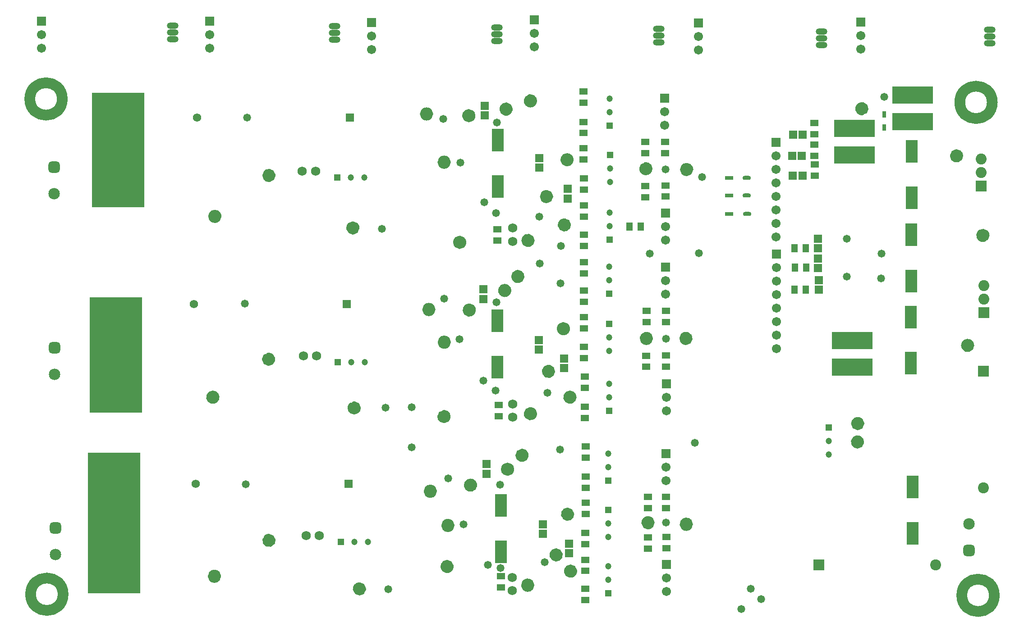
<source format=gbr>
%TF.GenerationSoftware,Altium Limited,Altium Designer,21.6.4 (81)*%
G04 Layer_Color=16711935*
%FSLAX45Y45*%
%MOMM*%
%TF.SameCoordinates,8BE20582-AD64-4D08-A95C-E2DB20C1365E*%
%TF.FilePolarity,Negative*%
%TF.FileFunction,Soldermask,Bot*%
%TF.Part,Single*%
G01*
G75*
%TA.AperFunction,SMDPad,CuDef*%
%ADD12R,1.20651X1.50822*%
%ADD13R,1.50464X1.55620*%
%ADD14R,1.50822X1.20651*%
%ADD15R,1.55620X1.50464*%
%ADD17R,1.60712X0.76213*%
G04:AMPARAMS|DCode=18|XSize=1.60712mm|YSize=0.76213mm|CornerRadius=0.38107mm|HoleSize=0mm|Usage=FLASHONLY|Rotation=0.000|XOffset=0mm|YOffset=0mm|HoleType=Round|Shape=RoundedRectangle|*
%AMROUNDEDRECTD18*
21,1,1.60712,0.00000,0,0,0.0*
21,1,0.84499,0.76213,0,0,0.0*
1,1,0.76213,0.42249,0.00000*
1,1,0.76213,-0.42249,0.00000*
1,1,0.76213,-0.42249,0.00000*
1,1,0.76213,0.42249,0.00000*
%
%ADD18ROUNDEDRECTD18*%
%TA.AperFunction,ComponentPad*%
%ADD42C,1.57480*%
%ADD43R,1.57480X1.57480*%
%ADD44R,2.05740X2.05740*%
%ADD45C,2.05740*%
%ADD46C,1.20000*%
%ADD47R,1.20000X1.20000*%
%ADD50R,2.05740X2.05740*%
%ADD51C,2.05000*%
%ADD52R,2.05000X2.05000*%
%ADD53R,1.20000X1.20000*%
%TA.AperFunction,NonConductor*%
%ADD64C,2.03200*%
%ADD65R,9.90600X26.44140*%
%ADD66R,9.90600X21.79320*%
%ADD67R,9.90600X21.53920*%
%TA.AperFunction,Conductor*%
%ADD68C,0.96520*%
%TA.AperFunction,SMDPad,CuDef*%
%ADD69R,7.70320X3.20320*%
%ADD70R,2.20320X4.30320*%
%ADD71R,0.70320X1.20320*%
%TA.AperFunction,ComponentPad*%
%ADD72C,1.70320*%
%ADD73R,1.70320X1.70320*%
%ADD74C,1.72720*%
G04:AMPARAMS|DCode=75|XSize=2.1532mm|YSize=2.1532mm|CornerRadius=0.5891mm|HoleSize=0mm|Usage=FLASHONLY|Rotation=270.000|XOffset=0mm|YOffset=0mm|HoleType=Round|Shape=RoundedRectangle|*
%AMROUNDEDRECTD75*
21,1,2.15320,0.97500,0,0,270.0*
21,1,0.97500,2.15320,0,0,270.0*
1,1,1.17820,-0.48750,-0.48750*
1,1,1.17820,-0.48750,0.48750*
1,1,1.17820,0.48750,0.48750*
1,1,1.17820,0.48750,-0.48750*
%
%ADD75ROUNDEDRECTD75*%
%ADD76C,2.15320*%
%ADD77O,2.20320X1.20320*%
%ADD78O,2.20320X1.20320*%
%TA.AperFunction,ViaPad*%
%ADD79C,1.72720*%
%ADD80C,1.47320*%
D12*
X20851804Y12484100D02*
D03*
X20641634D02*
D03*
X17537755Y13253720D02*
D03*
X17747925D02*
D03*
X20636555Y12849860D02*
D03*
X20846725D02*
D03*
X20639095Y12072620D02*
D03*
X20849265D02*
D03*
D13*
X20603300Y14213840D02*
D03*
X20783459D02*
D03*
X20608382Y14986000D02*
D03*
X20788539D02*
D03*
X20594502Y14582140D02*
D03*
X20774660D02*
D03*
D14*
X21015961Y14210355D02*
D03*
Y14420525D02*
D03*
X17861279Y11673840D02*
D03*
Y11463670D02*
D03*
X18219420D02*
D03*
Y11673840D02*
D03*
X17853661Y10618795D02*
D03*
Y10828965D02*
D03*
X17886681Y7202496D02*
D03*
Y7412666D02*
D03*
X17881599Y8172125D02*
D03*
Y7961955D02*
D03*
X18224500Y10829910D02*
D03*
Y10619740D02*
D03*
X21005800Y15205385D02*
D03*
Y14995215D02*
D03*
X21010880Y14586275D02*
D03*
Y14796445D02*
D03*
X16680180Y13101320D02*
D03*
Y13445815D02*
D03*
X16675101Y14520235D02*
D03*
Y14730405D02*
D03*
X18227040Y7207575D02*
D03*
Y7417745D02*
D03*
X18224500Y8174665D02*
D03*
Y7964495D02*
D03*
X15125700Y6686226D02*
D03*
Y6476056D02*
D03*
X16703040Y7286315D02*
D03*
Y7496485D02*
D03*
X16713200Y8062905D02*
D03*
Y7852735D02*
D03*
X16703040Y6444925D02*
D03*
Y6234755D02*
D03*
Y6783394D02*
D03*
Y6993564D02*
D03*
X16713200Y8556610D02*
D03*
Y8346440D02*
D03*
X16718280Y9125570D02*
D03*
Y8915400D02*
D03*
X16682719Y11551920D02*
D03*
Y11341750D02*
D03*
X16680180Y10782950D02*
D03*
Y10993120D02*
D03*
X16697960Y10225095D02*
D03*
Y10435265D02*
D03*
X15077440Y9900270D02*
D03*
Y9690100D02*
D03*
X16675101Y15581010D02*
D03*
Y15791180D02*
D03*
X16695419Y9866305D02*
D03*
Y9656135D02*
D03*
X16680180Y12586645D02*
D03*
Y12376475D02*
D03*
Y12054840D02*
D03*
Y11844670D02*
D03*
X16672560Y15012994D02*
D03*
Y15223164D02*
D03*
X16680180Y13655984D02*
D03*
Y12891150D02*
D03*
X17835880Y13803955D02*
D03*
Y14014125D02*
D03*
X18216879Y13819196D02*
D03*
Y14029366D02*
D03*
X17835880Y14638670D02*
D03*
Y14848840D02*
D03*
X18209261Y14844705D02*
D03*
Y14634535D02*
D03*
X16677640Y13953815D02*
D03*
Y14163985D02*
D03*
X15059660Y13201324D02*
D03*
Y12991154D02*
D03*
D15*
X14815820Y15528198D02*
D03*
X16380460Y13782224D02*
D03*
X16311880Y10598241D02*
D03*
X16400780Y7293519D02*
D03*
Y7113361D02*
D03*
X14853920Y8790757D02*
D03*
Y8610600D02*
D03*
X15913100Y7479121D02*
D03*
Y7659279D02*
D03*
X16311880Y10778399D02*
D03*
X16380460Y13962379D02*
D03*
X15836900Y10944860D02*
D03*
Y11125017D02*
D03*
X14792960Y12074977D02*
D03*
Y11894820D02*
D03*
X21079460Y12475301D02*
D03*
Y12655458D02*
D03*
Y12848682D02*
D03*
Y13028839D02*
D03*
X21089619Y12068901D02*
D03*
Y12249058D02*
D03*
X14815820Y15348041D02*
D03*
X15844521Y14362521D02*
D03*
Y14542679D02*
D03*
D17*
X19410854Y13492480D02*
D03*
X19405772Y13837920D02*
D03*
Y14168120D02*
D03*
D18*
X19745959Y13492480D02*
D03*
X19740880Y13837920D02*
D03*
Y14168120D02*
D03*
D42*
X9415780Y15303500D02*
D03*
X9357360Y11798300D02*
D03*
X9395460Y8417560D02*
D03*
D43*
X12285980Y15303500D02*
D03*
X12227560Y11798300D02*
D03*
X12265660Y8417560D02*
D03*
D44*
X24180800Y10535920D02*
D03*
D45*
Y8346440D02*
D03*
X23284180Y6898640D02*
D03*
D46*
X17164822Y13266420D02*
D03*
X17142461Y6868160D02*
D03*
Y6614160D02*
D03*
X17152620Y10043160D02*
D03*
Y10297160D02*
D03*
Y12247880D02*
D03*
Y12501880D02*
D03*
Y11170920D02*
D03*
Y10916920D02*
D03*
X17142461Y8732520D02*
D03*
Y8986520D02*
D03*
X17137880Y7675879D02*
D03*
Y7421879D02*
D03*
X17175481Y14343381D02*
D03*
Y14089380D02*
D03*
X17167860Y15405099D02*
D03*
Y15659100D02*
D03*
X17164822Y13520419D02*
D03*
X21277580Y8971280D02*
D03*
Y9225280D02*
D03*
X12623800Y7327900D02*
D03*
X12369800D02*
D03*
X12313920Y10706598D02*
D03*
X12567920D02*
D03*
X12557760Y14175740D02*
D03*
X12303760D02*
D03*
D47*
X17142461Y6360160D02*
D03*
X17152620Y9789160D02*
D03*
Y11993880D02*
D03*
Y11424920D02*
D03*
X17142461Y8478520D02*
D03*
X17137880Y7929879D02*
D03*
X17175481Y14597380D02*
D03*
X17167860Y15151100D02*
D03*
X17164822Y13012421D02*
D03*
X21277580Y9479280D02*
D03*
D50*
X21094701Y6898640D02*
D03*
D51*
X24187759Y12143740D02*
D03*
Y11889740D02*
D03*
X24142700Y14272260D02*
D03*
Y14526260D02*
D03*
D52*
X24187759Y11636238D02*
D03*
X24142700Y14018758D02*
D03*
D53*
X12115800Y7327900D02*
D03*
X12059920Y10706598D02*
D03*
X12049760Y14175740D02*
D03*
D64*
X6885940Y15654021D02*
G03*
X6885940Y15654021I-304800J0D01*
G01*
X24348441Y15590520D02*
G03*
X24348441Y15590520I-304800J0D01*
G01*
X6901180Y6344920D02*
G03*
X6901180Y6344920I-304800J0D01*
G01*
X24386540Y6324600D02*
G03*
X24386540Y6324600I-304800J0D01*
G01*
D65*
X7858760Y7684770D02*
D03*
D66*
X7891780Y10843260D02*
D03*
D67*
X7937500Y14693900D02*
D03*
D68*
X12544646Y6441440D02*
G03*
X12544811Y6446520I-78326J5080D01*
G01*
X12544151Y6436360D02*
G03*
X12544646Y6441440I-77831J10160D01*
G01*
X12544811Y6446520D02*
G03*
X12466882Y6525009I-78491J0D01*
G01*
X12466320Y6525011D02*
G03*
X12388489Y6436360I0J-78491D01*
G01*
D02*
G03*
X12544151Y6436360I77831J10160D01*
G01*
X14551660Y8473191D02*
G03*
X14628786Y8380120I0J-78491D01*
G01*
D02*
G03*
X14552222Y8473189I-77125J14580D01*
G01*
X14127480Y7716271D02*
G03*
X14128043Y7716269I0J-78491D01*
G01*
X14053819Y9763511D02*
G03*
X13975330Y9685020I0J-78491D01*
G01*
D02*
G03*
X14132310Y9685020I78491J0D01*
G01*
X14094379Y9752220D02*
G03*
X14054382Y9763509I-40559J-67200D01*
G01*
X14132310Y9685020D02*
G03*
X14094380Y9752220I-78491J0D01*
G01*
X12445751Y9847580D02*
G03*
X12367822Y9926069I-78491J0D01*
G01*
X12288934Y9842500D02*
G03*
X12445586Y9842500I78326J5080D01*
G01*
Y9842500D02*
G03*
X12445751Y9847580I-78326J5080D01*
G01*
X12311758Y9903082D02*
G03*
X12288934Y9842500I55502J-55502D01*
G01*
X12367260Y9926071D02*
G03*
X12311758Y9903082I0J-78491D01*
G01*
X13769341Y11775191D02*
G03*
X13769902Y11775189I0J-78491D01*
G01*
X21818600Y9129009D02*
G03*
X21896526Y9198101I0J78491D01*
G01*
D02*
G03*
X21818037Y9129011I-77926J9399D01*
G01*
X21765639Y9497438D02*
G03*
X21820578Y9474451I55502J55502D01*
G01*
X21765639Y9497438D02*
G03*
X21820578Y9474451I55502J55502D01*
G01*
X21821140Y9474449D02*
G03*
X21876639Y9497436I0J78491D01*
G01*
X21821140Y9631431D02*
G03*
X21819870Y9631421I0J-78491D01*
G01*
X21876642Y9497438D02*
G03*
X21899631Y9552940I-55502J55502D01*
G01*
D02*
G03*
X21898956Y9563204I-78491J0D01*
G01*
X21742648Y9552940D02*
G03*
X21765639Y9497438I78491J0D01*
G01*
X21742648Y9552940D02*
G03*
X21765639Y9497438I78491J0D01*
G01*
X21783040Y9621564D02*
G03*
X21742648Y9552940I38100J-68624D01*
G01*
X21819870Y9631421D02*
G03*
X21783041Y9621564I1270J-78481D01*
G01*
X21898956Y9563204D02*
G03*
X21876642Y9608441I-77817J-10264D01*
G01*
X21854221Y9624120D02*
G03*
X21821140Y9631431I-33080J-71180D01*
G01*
X21876642Y9608442D02*
G03*
X21870328Y9614107I-55502J-55502D01*
G01*
D02*
G03*
X21854224Y9624118I-49188J-61167D01*
G01*
X15709651Y12994640D02*
G03*
X15645740Y13071765I-78491J0D01*
G01*
D02*
G03*
X15709650Y12994078I-14580J-77125D01*
G01*
X14426952Y12959081D02*
G03*
X14426579Y12951460I-78491J0D01*
G01*
D02*
G03*
X14426949Y12958517I-78120J7620D01*
G01*
X9712960Y13378136D02*
G03*
X9751060Y13368269I38100J68624D01*
G01*
D02*
G03*
X9808642Y13393420I0J78491D01*
G01*
X9806562Y13502261D02*
G03*
X9789239Y13515340I-55502J-55502D01*
G01*
X9808642Y13393420D02*
G03*
X9829551Y13446761I-57582J53340D01*
G01*
D02*
G03*
X9827586Y13464214I-78491J0D01*
G01*
D02*
G03*
X9816802Y13489642I-76526J-17454D01*
G01*
D02*
G03*
X9806562Y13502261I-65742J-42882D01*
G01*
X9672569Y13446761D02*
G03*
X9712960Y13378136I78491J0D01*
G01*
X9789239Y13515340D02*
G03*
X9712960Y13515384I-38179J-68580D01*
G01*
D02*
G03*
X9672571Y13447322I38100J-68624D01*
G01*
X9712960Y10126731D02*
G03*
X9657458Y9992738I0J-78491D01*
G01*
D02*
G03*
X9713522Y10126729I55502J55502D01*
G01*
X9743440Y6761231D02*
G03*
X9744002Y6761229I0J-78491D01*
G01*
X13726160Y15450571D02*
G03*
X13726723Y15450569I0J-78491D01*
G01*
X15626080Y6593591D02*
G03*
X15611501Y6592225I0J-78491D01*
G01*
X15626080Y6436609D02*
G03*
X15626642Y6593589I0J78491D01*
G01*
X15611501Y6592225D02*
G03*
X15626080Y6436609I14580J-77125D01*
G01*
X14190071Y6875780D02*
G03*
X14112802Y6944109I-77831J-10160D01*
G01*
X14190582Y6870451D02*
G03*
X14190071Y6875780I-78342J-4831D01*
G01*
X16057631Y13820140D02*
G03*
X15979703Y13898630I-78491J0D01*
G01*
X15979140Y13898631D02*
G03*
X15979140Y13741649I0J-78491D01*
G01*
D02*
G03*
X16057631Y13820140I0J78491D01*
G01*
X15519400Y9034531D02*
G03*
X15440909Y8956040I0J-78491D01*
G01*
D02*
G03*
X15519962Y9034529I78491J0D01*
G01*
X15755371Y15618460D02*
G03*
X15662300Y15695586I-78491J0D01*
G01*
D02*
G03*
X15598647Y15624809I14580J-77125D01*
G01*
X15420567Y12392336D02*
G03*
X15362169Y12316460I20092J-75876D01*
G01*
D02*
G03*
X15441222Y12394949I78491J0D01*
G01*
X14190730Y6865620D02*
G03*
X14190582Y6870451I-78491J0D01*
G01*
X16159480Y7162551D02*
G03*
X16236604Y7098640I0J-78491D01*
G01*
D02*
G03*
X16160042Y7162549I-77125J-14580D01*
G01*
X16079546Y10577606D02*
G03*
X16039110Y10607979I-64845J-44226D01*
G01*
X16014700Y10611871D02*
G03*
X16079546Y10577606I0J-78491D01*
G01*
X16314420Y13365231D02*
G03*
X16392911Y13286740I0J-78491D01*
G01*
D02*
G03*
X16314983Y13365228I-78491J0D01*
G01*
X15598647Y15624809D02*
G03*
X15755370Y15617899I78234J-6350D01*
G01*
X16039110Y10607979D02*
G03*
X16015262Y10611869I-24410J-74599D01*
G01*
X15676880Y9816851D02*
G03*
X15598647Y9744710I0J-78491D01*
G01*
X21899879Y15549631D02*
G03*
X21844379Y15415639I0J-78491D01*
G01*
X21902798Y15392703D02*
G03*
X21920200Y15546954I-2918J78437D01*
G01*
X21844379Y15415639D02*
G03*
X21902798Y15392703I55502J55502D01*
G01*
X21920200Y15546954D02*
G03*
X21900443Y15549629I-20320J-75815D01*
G01*
X10845260Y14223131D02*
G03*
X10770870Y14294778I-78200J-6751D01*
G01*
X10770217Y14137952D02*
G03*
X10845549Y14215817I-3157J78428D01*
G01*
X10767060Y14137889D02*
G03*
X10770217Y14137952I0J78491D01*
G01*
X10770870Y14294778D02*
G03*
X10763250Y14137981I-3810J-78399D01*
G01*
Y10840379D02*
G03*
X10760002Y10840469I-3810J-78399D01*
G01*
X10792460Y10833188D02*
G03*
X10763250Y10840379I-33020J-71208D01*
G01*
X10759440Y10683489D02*
G03*
X10814942Y10817482I0J78491D01*
G01*
X10680949Y10761980D02*
G03*
X10759440Y10683489I78491J0D01*
G01*
X10767060Y7434331D02*
G03*
X10759440Y7433960I0J-78491D01*
G01*
D02*
G03*
X10736580Y7428171I7620J-78120D01*
G01*
X10845551Y14216380D02*
G03*
X10845260Y14223129I-78491J0D01*
G01*
X10763250Y14137981D02*
G03*
X10767060Y14137889I3810J78399D01*
G01*
X10814942Y10817482D02*
G03*
X10792460Y10833188I-55502J-55502D01*
G01*
X10759440Y10840471D02*
G03*
X10680949Y10761980I0J-78491D01*
G01*
X23728835Y14644383D02*
G03*
X23677879Y14663171I-50954J-59703D01*
G01*
D02*
G03*
X23599391Y14585242I0J-78491D01*
G01*
X18689072Y14328140D02*
G03*
X18684810Y14353650I-78491J0D01*
G01*
X18610580Y14406631D02*
G03*
X18610580Y14249649I0J-78491D01*
G01*
X18684810Y14353650D02*
G03*
X18610580Y14406631I-74230J-25510D01*
G01*
Y14249649D02*
G03*
X18689069Y14327579I0J78491D01*
G01*
X16443576Y14515628D02*
G03*
X16401031Y14580865I-78356J-4608D01*
G01*
X16443710Y14511020D02*
G03*
X16443576Y14515628I-78491J0D01*
G01*
X16365221Y14589511D02*
G03*
X16443710Y14511020I0J-78491D01*
G01*
X16401031Y14580865D02*
G03*
X16365782Y14589510I-35812J-69845D01*
G01*
X15738557Y9786907D02*
G03*
X15677441Y9816849I-61677J-48547D01*
G01*
X15755371Y9738360D02*
G03*
X15738557Y9786907I-78491J0D01*
G01*
X15753069Y9719485D02*
G03*
X15755371Y9738360I-76188J18875D01*
G01*
X15598647Y9744710D02*
G03*
X15753069Y9719485I78234J-6350D01*
G01*
X16509724Y6781327D02*
G03*
X16431822Y6857749I-78464J-2067D01*
G01*
X16509750Y6779260D02*
G03*
X16509724Y6781327I-78491J0D01*
G01*
X14112241Y6944111D02*
G03*
X14190672Y6862566I0J-78491D01*
G01*
D02*
G03*
X14190730Y6865620I-78432J3054D01*
G01*
X16453844Y7850668D02*
G03*
X16375941Y7927089I-78464J-2068D01*
G01*
X16375380Y7927091D02*
G03*
X16453844Y7850668I0J-78491D01*
G01*
X15326111Y8694420D02*
G03*
X15169131Y8694982I-78491J0D01*
G01*
X15169128Y8694420D02*
G03*
X15326111Y8694420I78491J0D01*
G01*
X18596458Y7738254D02*
G03*
X18589397Y7737291I7061J-78173D01*
G01*
X18603519Y7738572D02*
G03*
X18596458Y7738254I0J-78491D01*
G01*
X18603519Y7581590D02*
G03*
X18604080Y7738570I0J78491D01*
G01*
X18589397Y7737291D02*
G03*
X18603519Y7581590I14122J-77210D01*
G01*
X17884140Y7767071D02*
G03*
X17882870Y7767061I0J-78491D01*
G01*
X17885410Y7610099D02*
G03*
X17884702Y7767069I-1270J78481D01*
G01*
X17805907Y7682230D02*
G03*
X17885410Y7610099I78234J6350D01*
G01*
X17882870Y7767061D02*
G03*
X17805907Y7682230I1270J-78481D01*
G01*
X16431261Y6857751D02*
G03*
X16509750Y6779260I0J-78491D01*
G01*
X15440660Y12394951D02*
G03*
X15420569Y12392336I0J-78491D01*
G01*
X15227614Y15541609D02*
G03*
X15220242Y15542009I-7934J-78089D01*
G01*
X15296805Y15448940D02*
G03*
X15298170Y15463519I-77125J14580D01*
G01*
X15219679Y15542010D02*
G03*
X15296805Y15448940I0J-78491D01*
G01*
X15298170Y15463519D02*
G03*
X15227615Y15541609I-78491J0D01*
G01*
X16375079Y11338885D02*
G03*
X16375075Y11338979I-78439J-2865D01*
G01*
X16218149Y11336020D02*
G03*
X16375079Y11338885I78491J0D01*
G01*
X15262904Y12092940D02*
G03*
X15194843Y12133329I-68624J-38100D01*
G01*
X15272606Y12059920D02*
G03*
X15262904Y12092940I-78326J-5080D01*
G01*
X15272771Y12054840D02*
G03*
X15272606Y12059920I-78491J0D01*
G01*
X15265488Y12021820D02*
G03*
X15272771Y12054840I-71208J33020D01*
G01*
X15125656Y12092940D02*
G03*
X15265488Y12021819I68624J-38100D01*
G01*
X15194279Y12133331D02*
G03*
X15125656Y12092940I0J-78491D01*
G01*
X16459917Y10114953D02*
G03*
X16419122Y10126729I-41356J-66713D01*
G01*
X16497050Y10048240D02*
G03*
X16459917Y10114953I-78491J0D01*
G01*
X16418559Y10126731D02*
G03*
X16497050Y10048240I0J-78491D01*
G01*
X18621477Y11227537D02*
G03*
X18606619Y11230971I-25018J-74397D01*
G01*
X18596458Y11074649D02*
G03*
X18621477Y11227537I0J78491D01*
G01*
X18606619Y11230971D02*
G03*
X18597021Y11231629I-10160J-77831D01*
G01*
X18579797Y11076438D02*
G03*
X18596458Y11074649I16661J76702D01*
G01*
Y11231631D02*
G03*
X18579797Y11076438I2J-78491D01*
G01*
X14598593Y15343541D02*
G03*
X14588855Y15377138I-78362J-4503D01*
G01*
X14575797Y15283600D02*
G03*
X14598593Y15343541I-55565J55438D01*
G01*
X23756371Y14584680D02*
G03*
X23728835Y14644383I-78491J0D01*
G01*
X23737392Y14533502D02*
G03*
X23742725Y14540454I-59512J51178D01*
G01*
X23599390Y14584680D02*
G03*
X23737392Y14533502I78491J0D01*
G01*
X23742725Y14540454D02*
G03*
X23756371Y14584680I-64845J44226D01*
G01*
X24187759Y13011494D02*
G03*
X24251669Y13088058I-14580J77125D01*
G01*
X24251671Y13088620D02*
G03*
X24095834Y13101981I-78491J0D01*
G01*
D02*
G03*
X24117677Y13033118I77346J-13360D01*
G01*
D02*
G03*
X24187759Y13011494I55502J55502D01*
G01*
X14580998Y11745160D02*
G03*
X14529362Y11765029I-52198J-58620D01*
G01*
X14607126Y11681460D02*
G03*
X14580998Y11745160I-78326J5080D01*
G01*
X14528799Y11765031D02*
G03*
X14607126Y11681460I0J-78491D01*
G01*
X12398096Y13174088D02*
G03*
X12421085Y13229590I-55502J55502D01*
G01*
D02*
G03*
X12419045Y13247369I-78491J0D01*
G01*
X12345134Y13151140D02*
G03*
X12398096Y13174088I-2540J78450D01*
G01*
X17910400Y14384431D02*
G03*
X17839690Y14421779I-66900J-41052D01*
G01*
X17921991Y14343381D02*
G03*
X17910400Y14384431I-78491J0D01*
G01*
X17839690Y14421779D02*
G03*
X17765019Y14344650I3810J-78399D01*
G01*
X17839690Y14264981D02*
G03*
X17921989Y14342818I3810J78399D01*
G01*
X17772862Y14309158D02*
G03*
X17839690Y14264981I70638J34221D01*
G01*
X17765009Y14343381D02*
G03*
X17772862Y14309158I78491J0D01*
G01*
X17765019Y14344650D02*
G03*
X17765009Y14343381I78481J-1270D01*
G01*
X23964651Y11021060D02*
G03*
X23920956Y11091416I-78491J0D01*
G01*
X23815804Y10986264D02*
G03*
X23964648Y11020498I70356J34796D01*
G01*
X23920956Y11091416D02*
G03*
X23807669Y11021060I-34796J-70356D01*
G01*
D02*
G03*
X23815804Y10986264I78491J0D01*
G01*
X16374588Y11345235D02*
G03*
X16218150Y11336582I-77948J-9215D01*
G01*
X16375075Y11338979D02*
G03*
X16374588Y11345234I-78435J-2959D01*
G01*
X17855212Y11231616D02*
G03*
X17854222Y11231629I-1552J-78476D01*
G01*
X17857471Y11231539D02*
G03*
X17855212Y11231616I-3810J-78399D01*
G01*
X17838155Y11230084D02*
G03*
X17775734Y11162539I15505J-76944D01*
G01*
X17853661Y11231631D02*
G03*
X17838155Y11230084I0J-78491D01*
G01*
X17853661Y11074649D02*
G03*
X17857471Y11231539I0J78491D01*
G01*
X17787962Y11110190D02*
G03*
X17853661Y11074649I65697J42950D01*
G01*
X17775734Y11162538D02*
G03*
X17787962Y11110190I77926J-9398D01*
G01*
X13797279Y8358891D02*
G03*
X13797842Y8358889I0J-78491D01*
G01*
X14465109Y15283157D02*
G03*
X14520232Y15260547I55121J55880D01*
G01*
D02*
G03*
X14574814Y15282632I0J78491D01*
G01*
X14575729Y15394542D02*
G03*
X14520792Y15417526I-55499J-55504D01*
G01*
X14451607Y15377138D02*
G03*
X14446797Y15366756I68624J-38100D01*
G01*
X14575795Y15394476D02*
G03*
X14575732Y15394539I-55564J-55439D01*
G01*
X14464729Y15283536D02*
G03*
X14465109Y15283159I55502J55502D01*
G01*
X14588855Y15377138D02*
G03*
X14575797Y15394476I-68624J-38100D01*
G01*
X14446796Y15366753D02*
G03*
X14441740Y15339038I73435J-27715D01*
G01*
D02*
G03*
X14441817Y15335553I78491J0D01*
G01*
D02*
G03*
X14442400Y15328877I78414J3485D01*
G01*
D02*
G03*
X14464726Y15283539I77831J10160D01*
G01*
X14574815Y15282635D02*
G03*
X14575349Y15283157I-54585J56403D01*
G01*
X14575351Y15283157D02*
G03*
X14575732Y15283536I-55121J55880D01*
G01*
X14575735Y15283539D02*
G03*
X14575795Y15283598I-55504J55499D01*
G01*
X14520232Y15417529D02*
G03*
X14451607Y15377138I0J-78491D01*
G01*
X14520232Y15417529D02*
G03*
X14451607Y15377138I0J-78491D01*
G01*
X14520232Y15417529D02*
G03*
X14451607Y15377138I0J-78491D01*
G01*
X14520232Y15417529D02*
G03*
X14451607Y15377138I0J-78491D01*
G01*
X14056360Y14543791D02*
G03*
X14056921Y14543790I0J-78491D01*
G01*
X14058900Y11160511D02*
G03*
X14059462Y11160509I0J-78491D01*
G01*
X10736580Y7428171D02*
G03*
X10722834Y7420685I30480J-72331D01*
G01*
D02*
G03*
X10767622Y7434329I44226J-64845D01*
G01*
X12287474Y13285471D02*
G03*
X12273970Y13267690I55121J-55880D01*
G01*
X12342594Y13151099D02*
G03*
X12345134Y13151140I0J78491D01*
G01*
X12265078Y13217261D02*
G03*
X12342594Y13151099I77516J12330D01*
G01*
X12264103Y13229590D02*
G03*
X12265078Y13217261I78491J0D01*
G01*
X12273970Y13267690D02*
G03*
X12264103Y13229590I68624J-38100D01*
G01*
X12417683Y13252451D02*
G03*
X12412568Y13265150I-75088J-22860D01*
G01*
D02*
G03*
X12411218Y13267690I-69974J-35560D01*
G01*
D02*
G03*
X12398096Y13285092I-68624J-38100D01*
G01*
X12397715Y13285471D02*
G03*
X12343156Y13308080I-55121J-55880D01*
G01*
X12342594Y13308081D02*
G03*
X12287474Y13285471I0J-78491D01*
G01*
X12419045Y13247369D02*
G03*
X12418409Y13249910I-76451J-17780D01*
G01*
D02*
G03*
X12417683Y13252451I-75815J-20320D01*
G01*
X12398096Y13285092D02*
G03*
X12397715Y13285471I-55502J-55502D01*
G01*
D69*
X22854919Y15726222D02*
D03*
Y15226218D02*
D03*
X21719540Y10611038D02*
D03*
Y11111042D02*
D03*
X21765260Y14600296D02*
D03*
Y15100301D02*
D03*
D70*
X22829520Y13101981D02*
D03*
Y12231980D02*
D03*
X15057120Y10612120D02*
D03*
Y11482121D02*
D03*
X15067281Y14009979D02*
D03*
Y14879980D02*
D03*
X15120621Y8012481D02*
D03*
Y7142480D02*
D03*
X22834599Y14666620D02*
D03*
Y13796620D02*
D03*
X22821899Y11557000D02*
D03*
Y10686999D02*
D03*
X22857460Y8357921D02*
D03*
Y7487920D02*
D03*
D71*
X22316440Y15360001D02*
D03*
Y15120000D02*
D03*
D72*
X20294122Y10957560D02*
D03*
Y11211560D02*
D03*
Y11719560D02*
D03*
Y12227560D02*
D03*
Y12481560D02*
D03*
Y11973560D02*
D03*
Y11465560D02*
D03*
X18214340Y13251180D02*
D03*
Y12997180D02*
D03*
X18211800Y12240260D02*
D03*
Y11986260D02*
D03*
X18229581Y6647180D02*
D03*
Y6393180D02*
D03*
X18219420Y8732520D02*
D03*
Y8478520D02*
D03*
X18229581Y10045700D02*
D03*
Y9791700D02*
D03*
X20284441Y13571220D02*
D03*
Y14079221D02*
D03*
Y14587219D02*
D03*
Y14333220D02*
D03*
Y13825220D02*
D03*
Y13317220D02*
D03*
Y13063220D02*
D03*
X18196082Y15156180D02*
D03*
Y15410181D02*
D03*
X6492240Y16609061D02*
D03*
Y16863060D02*
D03*
X9651522Y16603979D02*
D03*
Y16857980D02*
D03*
X12694442Y16581120D02*
D03*
Y16835120D02*
D03*
X15747522Y16637000D02*
D03*
Y16891000D02*
D03*
X21882100Y16591280D02*
D03*
Y16845280D02*
D03*
X18828542Y16570959D02*
D03*
Y16824960D02*
D03*
D73*
X20294122Y12735560D02*
D03*
X18214340Y13505180D02*
D03*
X18211800Y12494260D02*
D03*
X18229581Y6901180D02*
D03*
X18219420Y8986520D02*
D03*
X18229581Y10299700D02*
D03*
X20284441Y14841220D02*
D03*
X18196082Y15664180D02*
D03*
X6492240Y17117059D02*
D03*
X9651522Y17111980D02*
D03*
X12694442Y17089120D02*
D03*
X15747522Y17145000D02*
D03*
X21882100Y17099280D02*
D03*
X18828542Y17078960D02*
D03*
D74*
X12466320Y6446520D02*
D03*
X14551660Y8394700D02*
D03*
X14127480Y7637780D02*
D03*
X15339059Y6412418D02*
D03*
Y6662420D02*
D03*
X15346680Y9919782D02*
D03*
Y9669780D02*
D03*
X14053819Y9685020D02*
D03*
X12367260Y9847580D02*
D03*
X13769341Y11696700D02*
D03*
X21818600Y9207500D02*
D03*
X21821140Y9552940D02*
D03*
X15631160Y12994640D02*
D03*
X15346680Y12979401D02*
D03*
Y13229402D02*
D03*
X14348460Y12959081D02*
D03*
X9751060Y13446761D02*
D03*
X9712960Y10048240D02*
D03*
X9743440Y6682740D02*
D03*
X13726160Y15372079D02*
D03*
X15676880Y15618460D02*
D03*
X16314420Y13286740D02*
D03*
X15979140Y13820140D02*
D03*
X15626080Y6515100D02*
D03*
X16014700Y10533380D02*
D03*
X16365221Y14511020D02*
D03*
X14112241Y6865620D02*
D03*
X15519400Y8956040D02*
D03*
X16375380Y7848600D02*
D03*
X15219679Y15463519D02*
D03*
X15194279Y12054840D02*
D03*
X13797279Y8280400D02*
D03*
X14520230Y15339040D02*
D03*
X21899879Y15471140D02*
D03*
X16431261Y6779260D02*
D03*
X16159480Y7084060D02*
D03*
X17884140Y7688580D02*
D03*
X18610580Y14328140D02*
D03*
X14056360Y14465300D02*
D03*
X17843500Y14343381D02*
D03*
X18596458Y11153140D02*
D03*
X15440660Y12316460D02*
D03*
X14528799Y11686540D02*
D03*
X16418559Y10048240D02*
D03*
X16296640Y11336020D02*
D03*
X14058900Y11082020D02*
D03*
X15676880Y9738360D02*
D03*
X17853661Y11153140D02*
D03*
X18603519Y7660081D02*
D03*
X15247620Y8694420D02*
D03*
X23677879Y14584680D02*
D03*
X11463020Y7444740D02*
D03*
X11713022D02*
D03*
X10767060Y7355840D02*
D03*
X11411138Y10825480D02*
D03*
X11661140D02*
D03*
X11391900Y14300200D02*
D03*
X11641902D02*
D03*
X10759440Y10761980D02*
D03*
X12342597Y13229590D02*
D03*
X23886160Y11021060D02*
D03*
X24173180Y13088620D02*
D03*
X10767060Y14216380D02*
D03*
D75*
X6732742Y14372421D02*
D03*
X23912358Y7166778D02*
D03*
X6741160Y10974959D02*
D03*
X6758142Y7588082D02*
D03*
D76*
X6732742Y13872423D02*
D03*
X23912358Y7666777D02*
D03*
X6741160Y10474960D02*
D03*
X6758142Y7088083D02*
D03*
D77*
X8961120Y16776700D02*
D03*
Y17030701D02*
D03*
X11998960Y17020540D02*
D03*
Y16766541D02*
D03*
X15046960Y16995140D02*
D03*
Y16741141D02*
D03*
X18087340Y16969740D02*
D03*
Y16715739D02*
D03*
X24297639Y16954500D02*
D03*
Y16700500D02*
D03*
X21145500Y16924020D02*
D03*
Y16670020D02*
D03*
D78*
X8961120Y16903700D02*
D03*
X11998960Y16893539D02*
D03*
X15046960Y16868140D02*
D03*
X18087340Y16842740D02*
D03*
X24297639Y16827499D02*
D03*
X21145500Y16797020D02*
D03*
D79*
X12466320Y6446520D02*
D03*
X14551660Y8394700D02*
D03*
X14127480Y7637780D02*
D03*
X14053819Y9685020D02*
D03*
X13769341Y11696700D02*
D03*
X15631160Y12994640D02*
D03*
X14348460Y12959081D02*
D03*
X9743440Y6682740D02*
D03*
X13726160Y15372079D02*
D03*
X15676880Y15618460D02*
D03*
X16314420Y13286740D02*
D03*
X15979140Y13820140D02*
D03*
X15626080Y6515100D02*
D03*
X16014700Y10533380D02*
D03*
X16365221Y14511020D02*
D03*
X14112241Y6865620D02*
D03*
X15519400Y8956040D02*
D03*
X16375380Y7848600D02*
D03*
X15219679Y15463519D02*
D03*
X15194279Y12054840D02*
D03*
X13797279Y8280400D02*
D03*
X21899879Y15471140D02*
D03*
X16431261Y6779260D02*
D03*
X16159480Y7084060D02*
D03*
X17884140Y7688580D02*
D03*
X18610580Y14328140D02*
D03*
X14056360Y14465300D02*
D03*
X17843500Y14343381D02*
D03*
X18596458Y11153140D02*
D03*
X15440660Y12316460D02*
D03*
X14528799Y11686540D02*
D03*
X16418559Y10048240D02*
D03*
X16296640Y11336020D02*
D03*
X14058900Y11082020D02*
D03*
X15676880Y9738360D02*
D03*
X17853661Y11153140D02*
D03*
X18603519Y7660081D02*
D03*
X15247620Y8694420D02*
D03*
X10767060Y7355840D02*
D03*
D80*
X20010120Y6253480D02*
D03*
X19817081Y6451600D02*
D03*
X19636740Y6068060D02*
D03*
X13446761Y9108440D02*
D03*
Y9857740D02*
D03*
X10327640Y8415020D02*
D03*
X10317480Y11803380D02*
D03*
X10360660Y15306039D02*
D03*
X22263100Y12280900D02*
D03*
X22265640Y12745720D02*
D03*
X21617940Y13022580D02*
D03*
Y12311380D02*
D03*
X18897600Y14185899D02*
D03*
X18844260Y12755880D02*
D03*
X18213071Y14331950D02*
D03*
X18760440Y9194800D02*
D03*
X15118080Y6837680D02*
D03*
X15946120Y6944360D02*
D03*
X15852139Y12560300D02*
D03*
X16250920Y12893040D02*
D03*
X16243300Y12186920D02*
D03*
X17914619Y12748260D02*
D03*
X22321519Y15694659D02*
D03*
X16233141Y9065260D02*
D03*
X15996919Y10129520D02*
D03*
X14424660Y7658100D02*
D03*
X14136369Y8522970D02*
D03*
X14876781Y6898640D02*
D03*
X18225771Y7691120D02*
D03*
X15105380Y8399780D02*
D03*
X15036800Y11828780D02*
D03*
X14343381Y11141486D02*
D03*
X14795500Y10355580D02*
D03*
X13009880Y6436360D02*
D03*
X12955270Y9853930D02*
D03*
X12887959Y13213080D02*
D03*
X15046960Y15209520D02*
D03*
X15839439Y13445714D02*
D03*
X15032767Y13510260D02*
D03*
X15021561Y10173746D02*
D03*
X14810741Y13708380D02*
D03*
X18221960Y11146790D02*
D03*
X14058900Y11899900D02*
D03*
Y11082020D02*
D03*
X14041119Y15275560D02*
D03*
X14363699Y14455141D02*
D03*
%TF.MD5,d701233221f7128d1fb1cdc63bfee075*%
M02*

</source>
